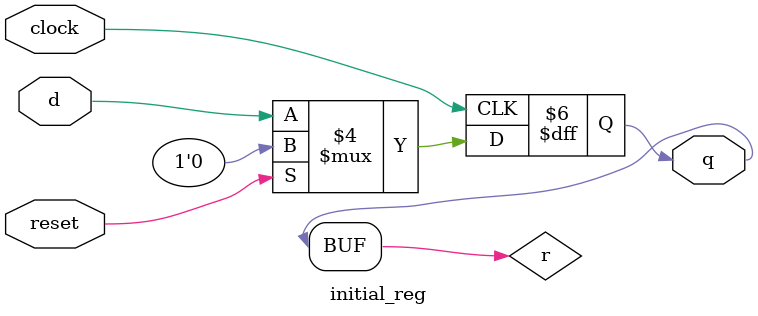
<source format=v>
/* Generated by Yosys 0.17+94 (git sha1 d1b2beab1, clang 11.0.1-2 -fPIC -Os) */

module initial_reg(clock, reset, d, q);
  input clock;
  wire clock;
  input d;
  wire d;
  output q;
  reg q = 1'h0;
  wire r;
  input reset;
  wire reset;
  always @(posedge clock)
    if (reset) q <= 1'h0;
    else q <= d;
  assign r = q;
endmodule

</source>
